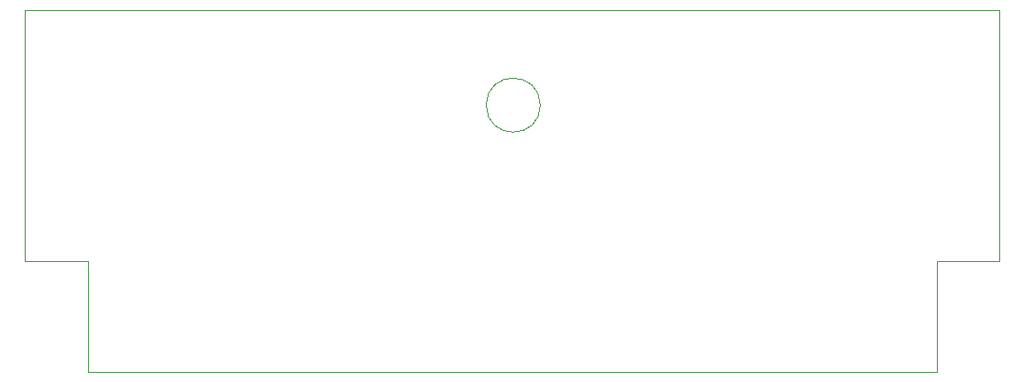
<source format=gbr>
%TF.GenerationSoftware,KiCad,Pcbnew,7.0.6*%
%TF.CreationDate,2023-08-28T12:52:08+01:00*%
%TF.ProjectId,FamiCartFlex,46616d69-4361-4727-9446-6c65782e6b69,rev?*%
%TF.SameCoordinates,Original*%
%TF.FileFunction,Profile,NP*%
%FSLAX46Y46*%
G04 Gerber Fmt 4.6, Leading zero omitted, Abs format (unit mm)*
G04 Created by KiCad (PCBNEW 7.0.6) date 2023-08-28 12:52:08*
%MOMM*%
%LPD*%
G01*
G04 APERTURE LIST*
%TA.AperFunction,Profile*%
%ADD10C,0.100000*%
%TD*%
G04 APERTURE END LIST*
D10*
X77600000Y-66700000D02*
G75*
G03*
X77600000Y-66700000I-2500000J0D01*
G01*
X120000000Y-57900000D02*
X120000000Y-81100000D01*
X30000000Y-57900000D02*
X30000000Y-81100000D01*
X114200000Y-91400000D02*
X35800000Y-91400000D01*
X114200000Y-81100000D02*
X114200000Y-91400000D01*
X120000000Y-81100000D02*
X114200000Y-81100000D01*
X120000000Y-57900000D02*
X109000000Y-57900000D01*
X30000000Y-57900000D02*
X41000000Y-57900000D01*
X35800000Y-81100000D02*
X30000000Y-81100000D01*
X35800000Y-91400000D02*
X35800000Y-81100000D01*
X41000000Y-57900000D02*
X109000000Y-57900000D01*
M02*

</source>
